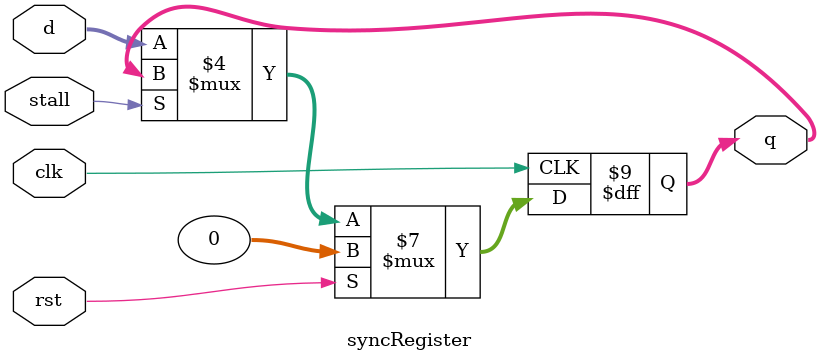
<source format=sv>
module syncRegister #(parameter n = 32) 
							(input logic clk, rst, stall,
							input logic[n-1:0] d,
							output logic[n-1:0] q);

	always_ff @(negedge clk)
		if (rst)
			q <= 0;
		else if(!stall)
			q <= d;
		else
			q <= q;
						
endmodule 
</source>
